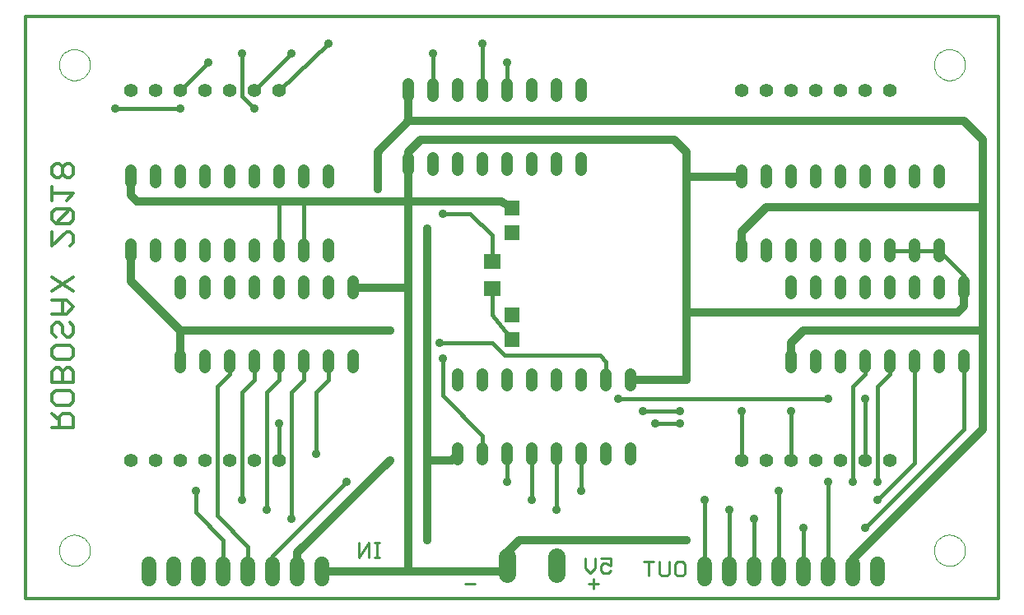
<source format=gbl>
G75*
%MOIN*%
%OFA0B0*%
%FSLAX24Y24*%
%IPPOS*%
%LPD*%
%AMOC8*
5,1,8,0,0,1.08239X$1,22.5*
%
%ADD10C,0.0120*%
%ADD11C,0.0110*%
%ADD12C,0.0130*%
%ADD13C,0.0480*%
%ADD14C,0.0551*%
%ADD15R,0.0591X0.0591*%
%ADD16R,0.0709X0.0630*%
%ADD17C,0.0600*%
%ADD18C,0.0705*%
%ADD19C,0.0000*%
%ADD20C,0.0320*%
%ADD21C,0.0356*%
%ADD22C,0.0160*%
D10*
X009609Y006799D02*
X009609Y030421D01*
X048979Y030421D01*
X048979Y006799D01*
X009609Y006799D01*
D11*
X023105Y008480D02*
X023105Y009070D01*
X023499Y009070D02*
X023105Y008480D01*
X023499Y008480D02*
X023499Y009070D01*
X023732Y009070D02*
X023929Y009070D01*
X023830Y009070D02*
X023830Y008480D01*
X023732Y008480D02*
X023929Y008480D01*
X027410Y007400D02*
X027804Y007400D01*
X032265Y008052D02*
X032265Y008445D01*
X032265Y008052D02*
X032462Y007855D01*
X032659Y008052D01*
X032659Y008445D01*
X032910Y008445D02*
X033304Y008445D01*
X033304Y008150D01*
X033107Y008248D01*
X033008Y008248D01*
X032910Y008150D01*
X032910Y007953D01*
X033008Y007855D01*
X033205Y007855D01*
X033304Y007953D01*
X032607Y007597D02*
X032607Y007203D01*
X032804Y007400D02*
X032410Y007400D01*
X034621Y008320D02*
X035014Y008320D01*
X034818Y008320D02*
X034818Y007730D01*
X035265Y007828D02*
X035265Y008320D01*
X035659Y008320D02*
X035659Y007828D01*
X035561Y007730D01*
X035364Y007730D01*
X035265Y007828D01*
X035910Y007828D02*
X035910Y008222D01*
X036008Y008320D01*
X036205Y008320D01*
X036304Y008222D01*
X036304Y007828D01*
X036205Y007730D01*
X036008Y007730D01*
X035910Y007828D01*
D12*
X011544Y013740D02*
X011544Y014175D01*
X011399Y014320D01*
X011109Y014320D01*
X010964Y014175D01*
X010964Y013740D01*
X010964Y014030D02*
X010674Y014320D01*
X010819Y014661D02*
X010674Y014806D01*
X010674Y015096D01*
X010819Y015241D01*
X011399Y015241D01*
X011544Y015096D01*
X011544Y014806D01*
X011399Y014661D01*
X010819Y014661D01*
X010674Y013740D02*
X011544Y013740D01*
X011544Y015581D02*
X010674Y015581D01*
X010674Y016017D01*
X010819Y016162D01*
X010964Y016162D01*
X011109Y016017D01*
X011109Y015581D01*
X011544Y015581D02*
X011544Y016017D01*
X011399Y016162D01*
X011254Y016162D01*
X011109Y016017D01*
X011399Y016502D02*
X010819Y016502D01*
X010674Y016647D01*
X010674Y016938D01*
X010819Y017083D01*
X011399Y017083D01*
X011544Y016938D01*
X011544Y016647D01*
X011399Y016502D01*
X011399Y017423D02*
X011254Y017423D01*
X011109Y017568D01*
X011109Y017858D01*
X010964Y018003D01*
X010819Y018003D01*
X010674Y017858D01*
X010674Y017568D01*
X010819Y017423D01*
X011399Y017423D02*
X011544Y017568D01*
X011544Y017858D01*
X011399Y018003D01*
X011254Y018344D02*
X010674Y018344D01*
X011109Y018344D02*
X011109Y018924D01*
X011254Y018924D02*
X010674Y018924D01*
X010674Y019265D02*
X011544Y019845D01*
X011544Y019265D02*
X010674Y019845D01*
X011254Y018924D02*
X011544Y018634D01*
X011254Y018344D01*
X011399Y021106D02*
X011544Y021251D01*
X011544Y021541D01*
X011399Y021687D01*
X011254Y021687D01*
X010674Y021106D01*
X010674Y021687D01*
X010819Y022027D02*
X011399Y022607D01*
X010819Y022607D01*
X010674Y022462D01*
X010674Y022172D01*
X010819Y022027D01*
X011399Y022027D01*
X011544Y022172D01*
X011544Y022462D01*
X011399Y022607D01*
X011254Y022948D02*
X011544Y023238D01*
X010674Y023238D01*
X010674Y022948D02*
X010674Y023528D01*
X010819Y023868D02*
X010964Y023868D01*
X011109Y024014D01*
X011109Y024304D01*
X010964Y024449D01*
X010819Y024449D01*
X010674Y024304D01*
X010674Y024014D01*
X010819Y023868D01*
X011109Y024014D02*
X011254Y023868D01*
X011399Y023868D01*
X011544Y024014D01*
X011544Y024304D01*
X011399Y024449D01*
X011254Y024449D01*
X011109Y024304D01*
D13*
X013859Y024165D02*
X013859Y023685D01*
X014859Y023685D02*
X014859Y024165D01*
X015859Y024165D02*
X015859Y023685D01*
X016859Y023685D02*
X016859Y024165D01*
X017859Y024165D02*
X017859Y023685D01*
X018859Y023685D02*
X018859Y024165D01*
X019859Y024165D02*
X019859Y023685D01*
X020859Y023685D02*
X020859Y024165D01*
X021859Y024165D02*
X021859Y023685D01*
X025109Y024185D02*
X025109Y024665D01*
X026109Y024665D02*
X026109Y024185D01*
X027109Y024185D02*
X027109Y024665D01*
X028109Y024665D02*
X028109Y024185D01*
X029109Y024185D02*
X029109Y024665D01*
X030109Y024665D02*
X030109Y024185D01*
X031109Y024185D02*
X031109Y024665D01*
X032109Y024665D02*
X032109Y024185D01*
X032109Y027185D02*
X032109Y027665D01*
X031109Y027665D02*
X031109Y027185D01*
X030109Y027185D02*
X030109Y027665D01*
X029109Y027665D02*
X029109Y027185D01*
X028109Y027185D02*
X028109Y027665D01*
X027109Y027665D02*
X027109Y027185D01*
X026109Y027185D02*
X026109Y027665D01*
X025109Y027665D02*
X025109Y027185D01*
X021859Y021165D02*
X021859Y020685D01*
X020859Y020685D02*
X020859Y021165D01*
X019859Y021165D02*
X019859Y020685D01*
X018859Y020685D02*
X018859Y021165D01*
X017859Y021165D02*
X017859Y020685D01*
X016859Y020685D02*
X016859Y021165D01*
X015859Y021165D02*
X015859Y020685D01*
X014859Y020685D02*
X014859Y021165D01*
X013859Y021165D02*
X013859Y020685D01*
X015859Y019665D02*
X015859Y019185D01*
X016859Y019185D02*
X016859Y019665D01*
X017859Y019665D02*
X017859Y019185D01*
X018859Y019185D02*
X018859Y019665D01*
X019859Y019665D02*
X019859Y019185D01*
X020859Y019185D02*
X020859Y019665D01*
X021859Y019665D02*
X021859Y019185D01*
X022859Y019185D02*
X022859Y019665D01*
X022859Y016665D02*
X022859Y016185D01*
X021859Y016185D02*
X021859Y016665D01*
X020859Y016665D02*
X020859Y016185D01*
X019859Y016185D02*
X019859Y016665D01*
X018859Y016665D02*
X018859Y016185D01*
X017859Y016185D02*
X017859Y016665D01*
X016859Y016665D02*
X016859Y016185D01*
X015859Y016185D02*
X015859Y016665D01*
X027109Y015915D02*
X027109Y015435D01*
X028109Y015435D02*
X028109Y015915D01*
X029109Y015915D02*
X029109Y015435D01*
X030109Y015435D02*
X030109Y015915D01*
X031109Y015915D02*
X031109Y015435D01*
X032109Y015435D02*
X032109Y015915D01*
X033109Y015915D02*
X033109Y015435D01*
X034109Y015435D02*
X034109Y015915D01*
X034109Y012915D02*
X034109Y012435D01*
X033109Y012435D02*
X033109Y012915D01*
X032109Y012915D02*
X032109Y012435D01*
X031109Y012435D02*
X031109Y012915D01*
X030109Y012915D02*
X030109Y012435D01*
X029109Y012435D02*
X029109Y012915D01*
X028109Y012915D02*
X028109Y012435D01*
X027109Y012435D02*
X027109Y012915D01*
X038609Y020685D02*
X038609Y021165D01*
X039609Y021165D02*
X039609Y020685D01*
X040609Y020685D02*
X040609Y021165D01*
X041609Y021165D02*
X041609Y020685D01*
X042609Y020685D02*
X042609Y021165D01*
X043609Y021165D02*
X043609Y020685D01*
X044609Y020685D02*
X044609Y021165D01*
X045609Y021165D02*
X045609Y020685D01*
X046609Y020685D02*
X046609Y021165D01*
X046609Y019665D02*
X046609Y019185D01*
X047609Y019185D02*
X047609Y019665D01*
X045609Y019665D02*
X045609Y019185D01*
X044609Y019185D02*
X044609Y019665D01*
X043609Y019665D02*
X043609Y019185D01*
X042609Y019185D02*
X042609Y019665D01*
X041609Y019665D02*
X041609Y019185D01*
X040609Y019185D02*
X040609Y019665D01*
X040609Y016665D02*
X040609Y016185D01*
X041609Y016185D02*
X041609Y016665D01*
X042609Y016665D02*
X042609Y016185D01*
X043609Y016185D02*
X043609Y016665D01*
X044609Y016665D02*
X044609Y016185D01*
X045609Y016185D02*
X045609Y016665D01*
X046609Y016665D02*
X046609Y016185D01*
X047609Y016185D02*
X047609Y016665D01*
X046609Y023685D02*
X046609Y024165D01*
X045609Y024165D02*
X045609Y023685D01*
X044609Y023685D02*
X044609Y024165D01*
X043609Y024165D02*
X043609Y023685D01*
X042609Y023685D02*
X042609Y024165D01*
X041609Y024165D02*
X041609Y023685D01*
X040609Y023685D02*
X040609Y024165D01*
X039609Y024165D02*
X039609Y023685D01*
X038609Y023685D02*
X038609Y024165D01*
D14*
X038609Y027425D03*
X039609Y027425D03*
X040609Y027425D03*
X041609Y027425D03*
X042609Y027425D03*
X043609Y027425D03*
X044609Y027425D03*
X044609Y012425D03*
X043609Y012425D03*
X042609Y012425D03*
X041609Y012425D03*
X040609Y012425D03*
X039609Y012425D03*
X038609Y012425D03*
X019859Y012425D03*
X018859Y012425D03*
X017859Y012425D03*
X016859Y012425D03*
X015859Y012425D03*
X014859Y012425D03*
X013859Y012425D03*
X013859Y027425D03*
X014859Y027425D03*
X015859Y027425D03*
X016859Y027425D03*
X017859Y027425D03*
X018859Y027425D03*
X019859Y027425D03*
D15*
X029294Y022653D03*
X029294Y021653D03*
X029294Y018322D03*
X029294Y017322D03*
D16*
X028484Y019374D03*
X028484Y020476D03*
D17*
X021609Y008225D02*
X021609Y007625D01*
X020609Y007625D02*
X020609Y008225D01*
X019609Y008225D02*
X019609Y007625D01*
X018609Y007625D02*
X018609Y008225D01*
X017609Y008225D02*
X017609Y007625D01*
X016609Y007625D02*
X016609Y008225D01*
X015609Y008225D02*
X015609Y007625D01*
X014609Y007625D02*
X014609Y008225D01*
X037109Y008225D02*
X037109Y007625D01*
X038109Y007625D02*
X038109Y008225D01*
X039109Y008225D02*
X039109Y007625D01*
X040109Y007625D02*
X040109Y008225D01*
X041109Y008225D02*
X041109Y007625D01*
X042109Y007625D02*
X042109Y008225D01*
X043109Y008225D02*
X043109Y007625D01*
X044109Y007625D02*
X044109Y008225D01*
D18*
X031109Y008527D02*
X031109Y007822D01*
X029109Y007822D02*
X029109Y008527D01*
D19*
X010947Y008767D02*
X010949Y008817D01*
X010955Y008867D01*
X010965Y008916D01*
X010979Y008964D01*
X010996Y009011D01*
X011017Y009056D01*
X011042Y009100D01*
X011070Y009141D01*
X011102Y009180D01*
X011136Y009217D01*
X011173Y009251D01*
X011213Y009281D01*
X011255Y009308D01*
X011299Y009332D01*
X011345Y009353D01*
X011392Y009369D01*
X011440Y009382D01*
X011490Y009391D01*
X011539Y009396D01*
X011590Y009397D01*
X011640Y009394D01*
X011689Y009387D01*
X011738Y009376D01*
X011786Y009361D01*
X011832Y009343D01*
X011877Y009321D01*
X011920Y009295D01*
X011961Y009266D01*
X012000Y009234D01*
X012036Y009199D01*
X012068Y009161D01*
X012098Y009121D01*
X012125Y009078D01*
X012148Y009034D01*
X012167Y008988D01*
X012183Y008940D01*
X012195Y008891D01*
X012203Y008842D01*
X012207Y008792D01*
X012207Y008742D01*
X012203Y008692D01*
X012195Y008643D01*
X012183Y008594D01*
X012167Y008546D01*
X012148Y008500D01*
X012125Y008456D01*
X012098Y008413D01*
X012068Y008373D01*
X012036Y008335D01*
X012000Y008300D01*
X011961Y008268D01*
X011920Y008239D01*
X011877Y008213D01*
X011832Y008191D01*
X011786Y008173D01*
X011738Y008158D01*
X011689Y008147D01*
X011640Y008140D01*
X011590Y008137D01*
X011539Y008138D01*
X011490Y008143D01*
X011440Y008152D01*
X011392Y008165D01*
X011345Y008181D01*
X011299Y008202D01*
X011255Y008226D01*
X011213Y008253D01*
X011173Y008283D01*
X011136Y008317D01*
X011102Y008354D01*
X011070Y008393D01*
X011042Y008434D01*
X011017Y008478D01*
X010996Y008523D01*
X010979Y008570D01*
X010965Y008618D01*
X010955Y008667D01*
X010949Y008717D01*
X010947Y008767D01*
X010947Y028452D02*
X010949Y028502D01*
X010955Y028552D01*
X010965Y028601D01*
X010979Y028649D01*
X010996Y028696D01*
X011017Y028741D01*
X011042Y028785D01*
X011070Y028826D01*
X011102Y028865D01*
X011136Y028902D01*
X011173Y028936D01*
X011213Y028966D01*
X011255Y028993D01*
X011299Y029017D01*
X011345Y029038D01*
X011392Y029054D01*
X011440Y029067D01*
X011490Y029076D01*
X011539Y029081D01*
X011590Y029082D01*
X011640Y029079D01*
X011689Y029072D01*
X011738Y029061D01*
X011786Y029046D01*
X011832Y029028D01*
X011877Y029006D01*
X011920Y028980D01*
X011961Y028951D01*
X012000Y028919D01*
X012036Y028884D01*
X012068Y028846D01*
X012098Y028806D01*
X012125Y028763D01*
X012148Y028719D01*
X012167Y028673D01*
X012183Y028625D01*
X012195Y028576D01*
X012203Y028527D01*
X012207Y028477D01*
X012207Y028427D01*
X012203Y028377D01*
X012195Y028328D01*
X012183Y028279D01*
X012167Y028231D01*
X012148Y028185D01*
X012125Y028141D01*
X012098Y028098D01*
X012068Y028058D01*
X012036Y028020D01*
X012000Y027985D01*
X011961Y027953D01*
X011920Y027924D01*
X011877Y027898D01*
X011832Y027876D01*
X011786Y027858D01*
X011738Y027843D01*
X011689Y027832D01*
X011640Y027825D01*
X011590Y027822D01*
X011539Y027823D01*
X011490Y027828D01*
X011440Y027837D01*
X011392Y027850D01*
X011345Y027866D01*
X011299Y027887D01*
X011255Y027911D01*
X011213Y027938D01*
X011173Y027968D01*
X011136Y028002D01*
X011102Y028039D01*
X011070Y028078D01*
X011042Y028119D01*
X011017Y028163D01*
X010996Y028208D01*
X010979Y028255D01*
X010965Y028303D01*
X010955Y028352D01*
X010949Y028402D01*
X010947Y028452D01*
X046380Y028452D02*
X046382Y028502D01*
X046388Y028552D01*
X046398Y028601D01*
X046412Y028649D01*
X046429Y028696D01*
X046450Y028741D01*
X046475Y028785D01*
X046503Y028826D01*
X046535Y028865D01*
X046569Y028902D01*
X046606Y028936D01*
X046646Y028966D01*
X046688Y028993D01*
X046732Y029017D01*
X046778Y029038D01*
X046825Y029054D01*
X046873Y029067D01*
X046923Y029076D01*
X046972Y029081D01*
X047023Y029082D01*
X047073Y029079D01*
X047122Y029072D01*
X047171Y029061D01*
X047219Y029046D01*
X047265Y029028D01*
X047310Y029006D01*
X047353Y028980D01*
X047394Y028951D01*
X047433Y028919D01*
X047469Y028884D01*
X047501Y028846D01*
X047531Y028806D01*
X047558Y028763D01*
X047581Y028719D01*
X047600Y028673D01*
X047616Y028625D01*
X047628Y028576D01*
X047636Y028527D01*
X047640Y028477D01*
X047640Y028427D01*
X047636Y028377D01*
X047628Y028328D01*
X047616Y028279D01*
X047600Y028231D01*
X047581Y028185D01*
X047558Y028141D01*
X047531Y028098D01*
X047501Y028058D01*
X047469Y028020D01*
X047433Y027985D01*
X047394Y027953D01*
X047353Y027924D01*
X047310Y027898D01*
X047265Y027876D01*
X047219Y027858D01*
X047171Y027843D01*
X047122Y027832D01*
X047073Y027825D01*
X047023Y027822D01*
X046972Y027823D01*
X046923Y027828D01*
X046873Y027837D01*
X046825Y027850D01*
X046778Y027866D01*
X046732Y027887D01*
X046688Y027911D01*
X046646Y027938D01*
X046606Y027968D01*
X046569Y028002D01*
X046535Y028039D01*
X046503Y028078D01*
X046475Y028119D01*
X046450Y028163D01*
X046429Y028208D01*
X046412Y028255D01*
X046398Y028303D01*
X046388Y028352D01*
X046382Y028402D01*
X046380Y028452D01*
X046380Y008767D02*
X046382Y008817D01*
X046388Y008867D01*
X046398Y008916D01*
X046412Y008964D01*
X046429Y009011D01*
X046450Y009056D01*
X046475Y009100D01*
X046503Y009141D01*
X046535Y009180D01*
X046569Y009217D01*
X046606Y009251D01*
X046646Y009281D01*
X046688Y009308D01*
X046732Y009332D01*
X046778Y009353D01*
X046825Y009369D01*
X046873Y009382D01*
X046923Y009391D01*
X046972Y009396D01*
X047023Y009397D01*
X047073Y009394D01*
X047122Y009387D01*
X047171Y009376D01*
X047219Y009361D01*
X047265Y009343D01*
X047310Y009321D01*
X047353Y009295D01*
X047394Y009266D01*
X047433Y009234D01*
X047469Y009199D01*
X047501Y009161D01*
X047531Y009121D01*
X047558Y009078D01*
X047581Y009034D01*
X047600Y008988D01*
X047616Y008940D01*
X047628Y008891D01*
X047636Y008842D01*
X047640Y008792D01*
X047640Y008742D01*
X047636Y008692D01*
X047628Y008643D01*
X047616Y008594D01*
X047600Y008546D01*
X047581Y008500D01*
X047558Y008456D01*
X047531Y008413D01*
X047501Y008373D01*
X047469Y008335D01*
X047433Y008300D01*
X047394Y008268D01*
X047353Y008239D01*
X047310Y008213D01*
X047265Y008191D01*
X047219Y008173D01*
X047171Y008158D01*
X047122Y008147D01*
X047073Y008140D01*
X047023Y008137D01*
X046972Y008138D01*
X046923Y008143D01*
X046873Y008152D01*
X046825Y008165D01*
X046778Y008181D01*
X046732Y008202D01*
X046688Y008226D01*
X046646Y008253D01*
X046606Y008283D01*
X046569Y008317D01*
X046535Y008354D01*
X046503Y008393D01*
X046475Y008434D01*
X046450Y008478D01*
X046429Y008523D01*
X046412Y008570D01*
X046398Y008618D01*
X046388Y008667D01*
X046382Y008717D01*
X046380Y008767D01*
D20*
X043109Y008425D02*
X043109Y007925D01*
X043109Y008425D02*
X048359Y013675D01*
X048359Y017675D01*
X048359Y022675D01*
X048359Y025425D01*
X047609Y026175D01*
X025109Y026175D01*
X025109Y027425D01*
X025109Y026175D02*
X023859Y024925D01*
X023859Y023425D01*
X025109Y022925D02*
X025109Y019425D01*
X025109Y007925D01*
X029109Y007925D01*
X029109Y008175D01*
X029109Y008675D01*
X029609Y009175D01*
X036359Y009175D01*
X027109Y012675D02*
X026859Y012425D01*
X025859Y012425D01*
X025859Y017675D01*
X025859Y021800D01*
X025109Y022925D02*
X028859Y022925D01*
X029294Y022653D01*
X025109Y022925D02*
X025109Y024425D01*
X025109Y024925D01*
X025609Y025425D01*
X035859Y025425D01*
X036359Y024925D01*
X036359Y023925D01*
X038609Y023925D01*
X039609Y022675D02*
X048359Y022675D01*
X047609Y019425D02*
X047609Y018675D01*
X047359Y018425D01*
X038609Y018425D01*
X036359Y018425D01*
X036359Y023925D01*
X038609Y021675D02*
X039609Y022675D01*
X038609Y021675D02*
X038609Y020925D01*
X036359Y018425D02*
X036359Y015675D01*
X034109Y015675D01*
X040609Y016425D02*
X040609Y017175D01*
X041109Y017675D01*
X048359Y017675D01*
X025859Y012425D02*
X025859Y009175D01*
X025109Y007925D02*
X021609Y007925D01*
X020609Y007925D02*
X020609Y008675D01*
X024359Y012425D01*
X024359Y017675D02*
X015859Y017675D01*
X013859Y019675D01*
X013859Y020925D01*
X014109Y022925D02*
X019734Y022925D01*
X020984Y022925D01*
X025109Y022925D01*
X025109Y019425D02*
X023859Y019425D01*
X022859Y019425D01*
X015859Y017675D02*
X015859Y016425D01*
X014109Y022925D02*
X013859Y023175D01*
X013859Y023925D01*
D21*
X013234Y026675D03*
X015859Y026675D03*
X016984Y028550D03*
X018359Y028925D03*
X020359Y028925D03*
X021859Y029300D03*
X018859Y026675D03*
X023859Y023425D03*
X026484Y022425D03*
X025859Y021800D03*
X023859Y019425D03*
X024359Y017675D03*
X025859Y017675D03*
X026359Y017175D03*
X026484Y016550D03*
X021359Y012675D03*
X022609Y011550D03*
X024359Y012425D03*
X025859Y012425D03*
X029109Y011550D03*
X030109Y010800D03*
X031109Y010425D03*
X032109Y011175D03*
X035109Y013925D03*
X034609Y014425D03*
X033609Y014925D03*
X036109Y014425D03*
X036109Y013925D03*
X038609Y014425D03*
X040609Y014425D03*
X042109Y014925D03*
X043609Y014925D03*
X044109Y011550D03*
X043109Y011550D03*
X042109Y011550D03*
X040109Y011175D03*
X039109Y010050D03*
X038109Y010425D03*
X037109Y010800D03*
X036359Y009175D03*
X041109Y009675D03*
X043609Y009675D03*
X044109Y010800D03*
X036359Y015675D03*
X038609Y018425D03*
X025859Y009175D03*
X020359Y010050D03*
X019359Y010425D03*
X018359Y010800D03*
X016484Y011175D03*
X019859Y013925D03*
X029109Y028550D03*
X028109Y029300D03*
X026109Y028925D03*
D22*
X026109Y027425D01*
X028109Y027425D02*
X028109Y029300D01*
X029109Y028550D02*
X029109Y027425D01*
X021859Y029300D02*
X019859Y027425D01*
X018859Y027425D02*
X020359Y028925D01*
X018359Y028925D02*
X018359Y027175D01*
X018859Y026675D01*
X016984Y028550D02*
X015859Y027425D01*
X015859Y026675D02*
X013234Y026675D01*
X019734Y022925D02*
X019859Y022800D01*
X019859Y020925D01*
X020859Y020925D02*
X020859Y022800D01*
X020984Y022925D01*
X022859Y019675D02*
X022859Y019425D01*
X026359Y017175D02*
X028484Y017175D01*
X028984Y016675D01*
X032859Y016675D01*
X033109Y016425D01*
X033109Y015675D01*
X033609Y014925D02*
X042109Y014925D01*
X043109Y015425D02*
X043609Y015925D01*
X043609Y016425D01*
X044609Y016425D02*
X044609Y015925D01*
X044109Y015425D01*
X044109Y011550D01*
X044109Y010800D02*
X045609Y012300D01*
X045609Y016425D01*
X045609Y015925D01*
X043609Y014925D02*
X043609Y012425D01*
X043109Y011550D02*
X043109Y015425D01*
X040609Y014425D02*
X040609Y012425D01*
X042109Y011550D02*
X042109Y007925D01*
X041109Y007925D02*
X041109Y009675D01*
X040109Y011175D02*
X040109Y007925D01*
X039109Y007925D02*
X039109Y010050D01*
X038109Y010425D02*
X038109Y007925D01*
X037109Y007925D02*
X037109Y010800D01*
X038609Y012425D02*
X038609Y014425D01*
X036109Y014425D02*
X034609Y014425D01*
X035109Y013925D02*
X036109Y013925D01*
X032109Y012675D02*
X032109Y011175D01*
X031109Y010425D02*
X031109Y012675D01*
X030109Y012675D02*
X030109Y010800D01*
X029109Y011550D02*
X029109Y012675D01*
X028109Y012675D02*
X028109Y013425D01*
X026484Y015050D01*
X026484Y016550D01*
X028484Y018300D02*
X029294Y017322D01*
X028484Y018300D02*
X028484Y019374D01*
X028484Y020476D02*
X028484Y021550D01*
X027609Y022425D01*
X026484Y022425D01*
X021859Y016425D02*
X021859Y015675D01*
X021359Y015175D01*
X021359Y012675D01*
X019859Y012425D02*
X019859Y013925D01*
X020359Y015175D02*
X020359Y010050D01*
X019359Y010425D02*
X019359Y015175D01*
X019859Y015675D01*
X019859Y016425D01*
X020859Y016425D02*
X020859Y015675D01*
X020359Y015175D01*
X018859Y015675D02*
X018859Y016425D01*
X018859Y015675D02*
X018359Y015175D01*
X018359Y010800D01*
X017359Y010175D02*
X018609Y008925D01*
X018609Y007925D01*
X019609Y007925D02*
X019609Y008550D01*
X022609Y011550D01*
X017359Y010175D02*
X017359Y015425D01*
X017859Y015925D01*
X017859Y016425D01*
X016484Y011175D02*
X016484Y010300D01*
X017609Y009175D01*
X017609Y007925D01*
X043609Y009675D02*
X047609Y013675D01*
X047609Y016425D01*
X047609Y019425D02*
X047609Y019925D01*
X046609Y020925D01*
X045609Y020925D01*
X044609Y020925D01*
M02*

</source>
